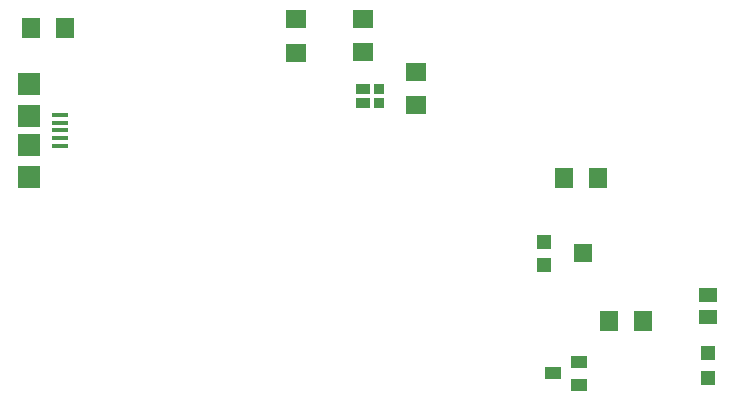
<source format=gtp>
G04 EAGLE Gerber RS-274X export*
G75*
%MOMM*%
%FSLAX34Y34*%
%LPD*%
%INSolderpaste Top*%
%IPPOS*%
%AMOC8*
5,1,8,0,0,1.08239X$1,22.5*%
G01*
%ADD10R,0.950000X0.850000*%
%ADD11R,1.150000X0.850000*%
%ADD12R,1.150000X0.970000*%
%ADD13R,0.950000X0.970000*%
%ADD14R,1.803000X1.600000*%
%ADD15R,1.800000X1.600000*%
%ADD16R,1.200000X1.200000*%
%ADD17R,1.500000X1.600000*%
%ADD18R,1.400000X1.000000*%
%ADD19R,1.500000X1.300000*%
%ADD20R,1.346200X0.381000*%
%ADD21R,1.900000X1.900000*%
%ADD22R,1.600000X1.803000*%


D10*
X407300Y-44400D03*
D11*
X393800Y-44400D03*
D12*
X393800Y-32400D03*
D13*
X407300Y-32400D03*
D14*
X438150Y-17530D03*
X438150Y-45970D03*
D15*
X393700Y26700D03*
X393700Y-1300D03*
D16*
X547150Y-161450D03*
X547150Y-181450D03*
D17*
X579650Y-171450D03*
D18*
X554150Y-273050D03*
X576150Y-263550D03*
X576150Y-282550D03*
D16*
X685800Y-277200D03*
X685800Y-256200D03*
D19*
X685800Y-225400D03*
X685800Y-206400D03*
D20*
X137240Y-54310D03*
X137240Y-60810D03*
X137240Y-67310D03*
X137240Y-73810D03*
X137240Y-80310D03*
D21*
X110490Y-27810D03*
X110490Y-55310D03*
X110490Y-79310D03*
X110490Y-106810D03*
D14*
X336550Y26920D03*
X336550Y-1520D03*
D22*
X141220Y19050D03*
X112780Y19050D03*
X592070Y-107950D03*
X563630Y-107950D03*
X630170Y-228600D03*
X601730Y-228600D03*
M02*

</source>
